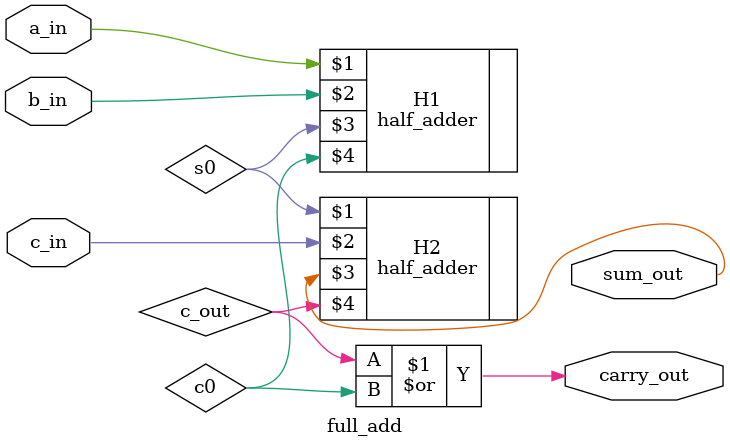
<source format=sv>
`timescale 1ns / 1ps


module full_add(
input a_in,
input b_in,
input c_in,
output logic sum_out,
output logic carry_out
    );
    wire s0,c0,c_out;
half_adder H1(a_in,b_in,s0,c0);
half_adder H2(s0,c_in,sum_out,c_out);
assign carry_out = c_out | c0; 

endmodule

</source>
